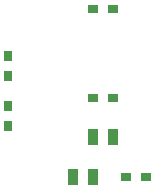
<source format=gtp>
G04*
G04 #@! TF.GenerationSoftware,Altium Limited,Altium Designer,23.8.1 (32)*
G04*
G04 Layer_Color=8421504*
%FSLAX44Y44*%
%MOMM*%
G71*
G04*
G04 #@! TF.SameCoordinates,643DEE84-9218-40C6-A46F-D78355EBE29C*
G04*
G04*
G04 #@! TF.FilePolarity,Positive*
G04*
G01*
G75*
%ADD12R,0.8000X0.9000*%
%ADD13R,0.9000X0.8000*%
%ADD14R,0.9500X1.4000*%
D12*
X31000Y87500D02*
D03*
Y70500D02*
D03*
Y129500D02*
D03*
Y112500D02*
D03*
D13*
X102500Y169000D02*
D03*
X119500D02*
D03*
X102500Y94000D02*
D03*
X119500D02*
D03*
X130500Y27000D02*
D03*
X147500D02*
D03*
D14*
X102500D02*
D03*
X85500D02*
D03*
X119500Y61000D02*
D03*
X102500D02*
D03*
M02*

</source>
